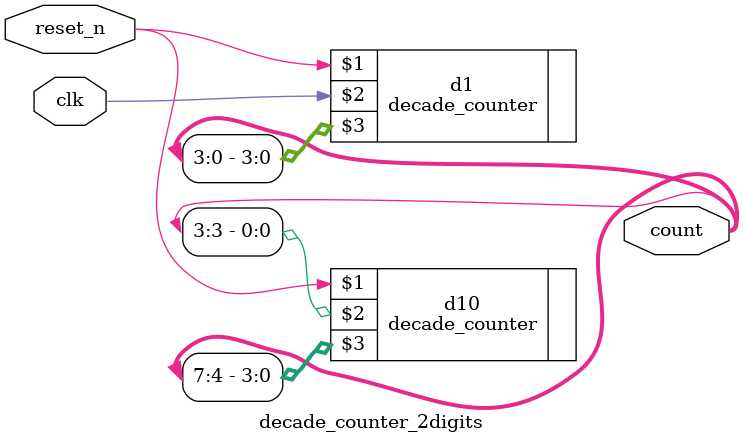
<source format=v>
/* CSED273 lab6 experiment 2 */
/* lab6_2.v */

`timescale 1ps / 1fs

/* Implement 2-decade BCD counter (0-99)
 * You must use decade BCD counter of lab6_1.v */
module decade_counter_2digits(input reset_n, input clk, output [7:0] count);
    
    decade_counter d1(reset_n, clk, count[3:0]);    
    decade_counter d10(reset_n, count[3], count[7:4]);
	
endmodule

</source>
